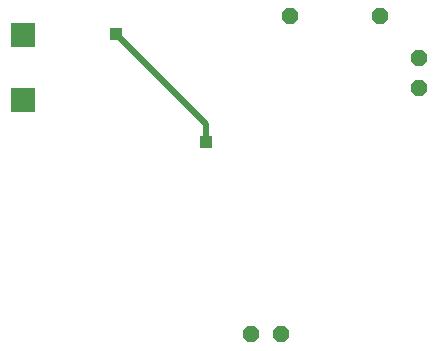
<source format=gbl>
G75*
%MOIN*%
%OFA0B0*%
%FSLAX25Y25*%
%IPPOS*%
%LPD*%
%AMOC8*
5,1,8,0,0,1.08239X$1,22.5*
%
%ADD10OC8,0.05200*%
%ADD11R,0.08268X0.08268*%
%ADD12R,0.03962X0.03962*%
%ADD13C,0.02000*%
D10*
X0109000Y0031000D03*
X0119000Y0031000D03*
X0165000Y0113000D03*
X0165000Y0123000D03*
X0152000Y0137000D03*
X0122000Y0137000D03*
D11*
X0033000Y0130827D03*
X0033000Y0109173D03*
D12*
X0064000Y0131000D03*
X0094000Y0095000D03*
D13*
X0094000Y0101000D01*
X0064000Y0131000D01*
M02*

</source>
